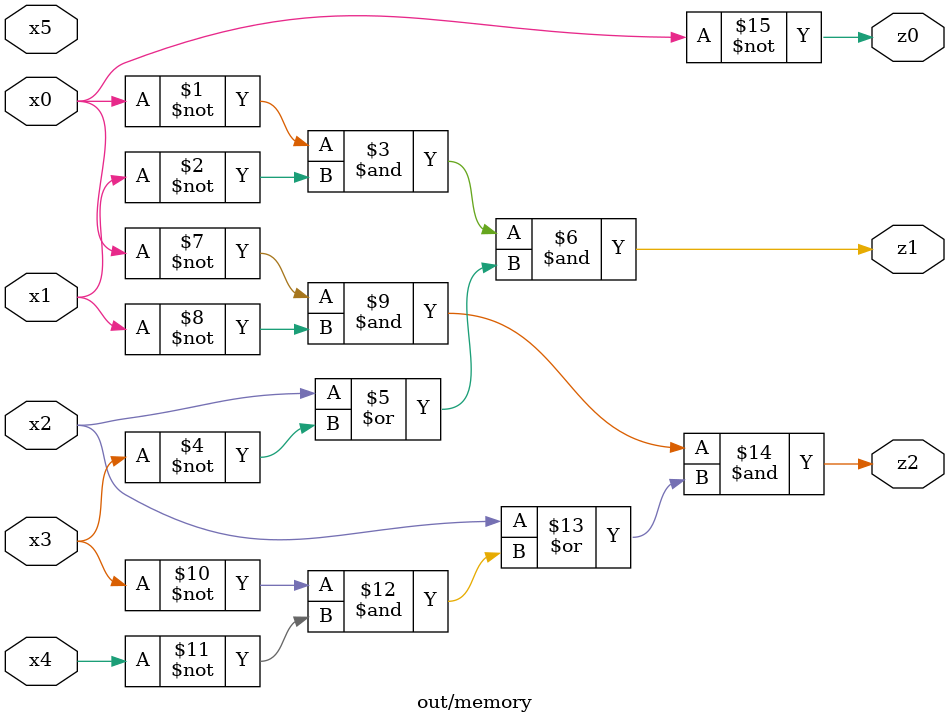
<source format=v>

module \out/memory  ( 
    x0, x1, x2, x3, x4, x5,
    z0, z1, z2  );
  input  x0, x1, x2, x3, x4, x5;
  output z0, z1, z2;
  assign z1 = ~x0 & ~x1 & (x2 | ~x3);
  assign z2 = ~x0 & ~x1 & (x2 | (~x3 & ~x4));
  assign z0 = ~x0;
endmodule



</source>
